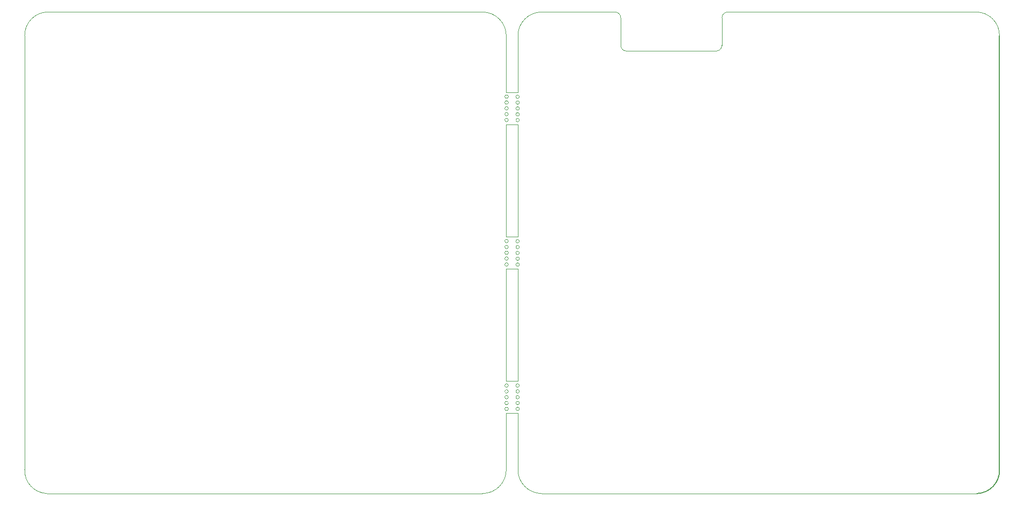
<source format=gm1>
G04 #@! TF.GenerationSoftware,KiCad,Pcbnew,8.0.4*
G04 #@! TF.CreationDate,2024-07-29T21:25:00+02:00*
G04 #@! TF.ProjectId,gps,6770732e-6b69-4636-9164-5f7063625858,rev?*
G04 #@! TF.SameCoordinates,Original*
G04 #@! TF.FileFunction,Profile,NP*
%FSLAX46Y46*%
G04 Gerber Fmt 4.6, Leading zero omitted, Abs format (unit mm)*
G04 Created by KiCad (PCBNEW 8.0.4) date 2024-07-29 21:25:00*
%MOMM*%
%LPD*%
G01*
G04 APERTURE LIST*
G04 #@! TA.AperFunction,Profile*
%ADD10C,0.100000*%
G04 #@! TD*
G04 #@! TA.AperFunction,Profile*
%ADD11C,0.150000*%
G04 #@! TD*
G04 APERTURE END LIST*
D10*
X135250000Y-105000000D02*
X135250000Y-85750000D01*
X137250000Y-85750000D02*
X137250000Y-105000000D01*
X135250000Y-61000000D02*
X135250000Y-80250000D01*
X137250000Y-61000000D02*
X137250000Y-80250000D01*
X137500000Y-82025000D02*
G75*
G02*
X136900000Y-82025000I-300000J0D01*
G01*
X136900000Y-82025000D02*
G75*
G02*
X137500000Y-82025000I300000J0D01*
G01*
X137500000Y-81025000D02*
G75*
G02*
X136900000Y-81025000I-300000J0D01*
G01*
X136900000Y-81025000D02*
G75*
G02*
X137500000Y-81025000I300000J0D01*
G01*
X135600000Y-84000000D02*
G75*
G02*
X135000000Y-84000000I-300000J0D01*
G01*
X135000000Y-84000000D02*
G75*
G02*
X135600000Y-84000000I300000J0D01*
G01*
X135250000Y-80250000D02*
X137250000Y-80250000D01*
X135600000Y-81000000D02*
G75*
G02*
X135000000Y-81000000I-300000J0D01*
G01*
X135000000Y-81000000D02*
G75*
G02*
X135600000Y-81000000I300000J0D01*
G01*
X137500000Y-85025000D02*
G75*
G02*
X136900000Y-85025000I-300000J0D01*
G01*
X136900000Y-85025000D02*
G75*
G02*
X137500000Y-85025000I300000J0D01*
G01*
X135250000Y-85750000D02*
X137250000Y-85750000D01*
X135600000Y-83000000D02*
G75*
G02*
X135000000Y-83000000I-300000J0D01*
G01*
X135000000Y-83000000D02*
G75*
G02*
X135600000Y-83000000I300000J0D01*
G01*
X135600000Y-85000000D02*
G75*
G02*
X135000000Y-85000000I-300000J0D01*
G01*
X135000000Y-85000000D02*
G75*
G02*
X135600000Y-85000000I300000J0D01*
G01*
X137500000Y-83025000D02*
G75*
G02*
X136900000Y-83025000I-300000J0D01*
G01*
X136900000Y-83025000D02*
G75*
G02*
X137500000Y-83025000I300000J0D01*
G01*
X137500000Y-84025000D02*
G75*
G02*
X136900000Y-84025000I-300000J0D01*
G01*
X136900000Y-84025000D02*
G75*
G02*
X137500000Y-84025000I300000J0D01*
G01*
X135600000Y-82000000D02*
G75*
G02*
X135000000Y-82000000I-300000J0D01*
G01*
X135000000Y-82000000D02*
G75*
G02*
X135600000Y-82000000I300000J0D01*
G01*
X135600000Y-60250000D02*
G75*
G02*
X135000000Y-60250000I-300000J0D01*
G01*
X135000000Y-60250000D02*
G75*
G02*
X135600000Y-60250000I300000J0D01*
G01*
X155870000Y-48450000D02*
G75*
G02*
X154870000Y-47450000I0J1000000D01*
G01*
X52750000Y-45750000D02*
G75*
G02*
X56750000Y-41750000I4000000J0D01*
G01*
X135250000Y-110500000D02*
X137250000Y-110500000D01*
X137500000Y-105750000D02*
G75*
G02*
X136900000Y-105750000I-300000J0D01*
G01*
X136900000Y-105750000D02*
G75*
G02*
X137500000Y-105750000I300000J0D01*
G01*
X153860000Y-41750000D02*
G75*
G02*
X154872983Y-42750000I12900J-1000000D01*
G01*
X137500000Y-59275000D02*
G75*
G02*
X136900000Y-59275000I-300000J0D01*
G01*
X136900000Y-59275000D02*
G75*
G02*
X137500000Y-59275000I300000J0D01*
G01*
X135600000Y-57250000D02*
G75*
G02*
X135000000Y-57250000I-300000J0D01*
G01*
X135000000Y-57250000D02*
G75*
G02*
X135600000Y-57250000I300000J0D01*
G01*
X56578427Y-124250000D02*
G75*
G02*
X52749995Y-120171573I125073J3953500D01*
G01*
X135600000Y-58250000D02*
G75*
G02*
X135000000Y-58250000I-300000J0D01*
G01*
X135000000Y-58250000D02*
G75*
G02*
X135600000Y-58250000I300000J0D01*
G01*
X135250000Y-61000000D02*
X137250000Y-61000000D01*
D11*
X219750000Y-120171573D02*
G75*
G02*
X215921573Y-124250002I-3953400J-125027D01*
G01*
D10*
X137500000Y-58275000D02*
G75*
G02*
X136900000Y-58275000I-300000J0D01*
G01*
X136900000Y-58275000D02*
G75*
G02*
X137500000Y-58275000I300000J0D01*
G01*
X135600000Y-108750000D02*
G75*
G02*
X135000000Y-108750000I-300000J0D01*
G01*
X135000000Y-108750000D02*
G75*
G02*
X135600000Y-108750000I300000J0D01*
G01*
X137250000Y-45828427D02*
G75*
G02*
X141328427Y-41750000I4078400J27D01*
G01*
X135600000Y-109750000D02*
G75*
G02*
X135000000Y-109750000I-300000J0D01*
G01*
X135000000Y-109750000D02*
G75*
G02*
X135600000Y-109750000I300000J0D01*
G01*
X172200000Y-42750000D02*
X172200000Y-47450000D01*
X137500000Y-60275000D02*
G75*
G02*
X136900000Y-60275000I-300000J0D01*
G01*
X136900000Y-60275000D02*
G75*
G02*
X137500000Y-60275000I300000J0D01*
G01*
X137501976Y-106750000D02*
G75*
G02*
X136901976Y-106750000I-300000J0D01*
G01*
X136901976Y-106750000D02*
G75*
G02*
X137501976Y-106750000I300000J0D01*
G01*
X137501976Y-108750000D02*
G75*
G02*
X136901976Y-108750000I-300000J0D01*
G01*
X136901976Y-108750000D02*
G75*
G02*
X137501976Y-108750000I300000J0D01*
G01*
X135250000Y-120171573D02*
G75*
G02*
X131171573Y-124250000I-4078400J-27D01*
G01*
X56578427Y-124250000D02*
X131171573Y-124250000D01*
D11*
X219750000Y-120171573D02*
X219750000Y-45750000D01*
D10*
X154870000Y-42750000D02*
X154870000Y-47450000D01*
X131171573Y-41750000D02*
G75*
G02*
X135250000Y-45828427I27J-4078400D01*
G01*
X52750000Y-45750000D02*
X52750000Y-120171573D01*
X215750000Y-41750000D02*
X173200000Y-41750000D01*
X215750000Y-41750000D02*
G75*
G02*
X219750000Y-45750000I0J-4000000D01*
G01*
X141328427Y-124250000D02*
G75*
G02*
X137250000Y-120171573I-27J4078400D01*
G01*
X141328427Y-41750000D02*
X153860000Y-41750000D01*
X135250000Y-120171573D02*
X135250000Y-110500000D01*
X135250000Y-55500000D02*
X137250000Y-55500000D01*
X141328427Y-124250000D02*
X215921573Y-124250000D01*
X131171573Y-41750000D02*
X56750000Y-41750000D01*
X135600000Y-106750000D02*
G75*
G02*
X135000000Y-106750000I-300000J0D01*
G01*
X135000000Y-106750000D02*
G75*
G02*
X135600000Y-106750000I300000J0D01*
G01*
X172200000Y-42750000D02*
G75*
G02*
X173200000Y-41750000I1000000J0D01*
G01*
X135600000Y-59250000D02*
G75*
G02*
X135000000Y-59250000I-300000J0D01*
G01*
X135000000Y-59250000D02*
G75*
G02*
X135600000Y-59250000I300000J0D01*
G01*
X137501976Y-107750000D02*
G75*
G02*
X136901976Y-107750000I-300000J0D01*
G01*
X136901976Y-107750000D02*
G75*
G02*
X137501976Y-107750000I300000J0D01*
G01*
X135250000Y-105000000D02*
X137250000Y-105000000D01*
X135250000Y-45828427D02*
X135250000Y-55500000D01*
X137500000Y-56275000D02*
G75*
G02*
X136900000Y-56275000I-300000J0D01*
G01*
X136900000Y-56275000D02*
G75*
G02*
X137500000Y-56275000I300000J0D01*
G01*
X172200000Y-47450000D02*
G75*
G02*
X171200000Y-48450000I-1000000J0D01*
G01*
X137250000Y-55500000D02*
X137250000Y-45828427D01*
X135600000Y-107750000D02*
G75*
G02*
X135000000Y-107750000I-300000J0D01*
G01*
X135000000Y-107750000D02*
G75*
G02*
X135600000Y-107750000I300000J0D01*
G01*
X137500000Y-57275000D02*
G75*
G02*
X136900000Y-57275000I-300000J0D01*
G01*
X136900000Y-57275000D02*
G75*
G02*
X137500000Y-57275000I300000J0D01*
G01*
X135600000Y-105750000D02*
G75*
G02*
X135000000Y-105750000I-300000J0D01*
G01*
X135000000Y-105750000D02*
G75*
G02*
X135600000Y-105750000I300000J0D01*
G01*
X137250000Y-120171573D02*
X137250000Y-110500000D01*
X171200000Y-48450000D02*
X155870000Y-48450000D01*
X137501976Y-109750000D02*
G75*
G02*
X136901976Y-109750000I-300000J0D01*
G01*
X136901976Y-109750000D02*
G75*
G02*
X137501976Y-109750000I300000J0D01*
G01*
X135600000Y-56250000D02*
G75*
G02*
X135000000Y-56250000I-300000J0D01*
G01*
X135000000Y-56250000D02*
G75*
G02*
X135600000Y-56250000I300000J0D01*
G01*
M02*

</source>
